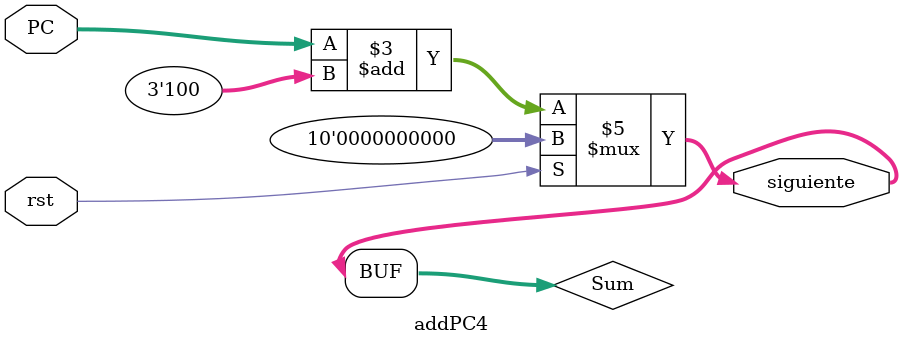
<source format=v>
`timescale 1ns / 1ps
module addPC4(
    input [9:0] PC,
	 input rst,
    output [9:0] siguiente
    
);

	reg signed [9:0] Sum;
	
	always @(*)
		if (~rst)
			Sum <= PC + 3'd4;
		else 
			Sum <= 3'd0;
		
	assign siguiente = Sum[9:0];

endmodule

</source>
